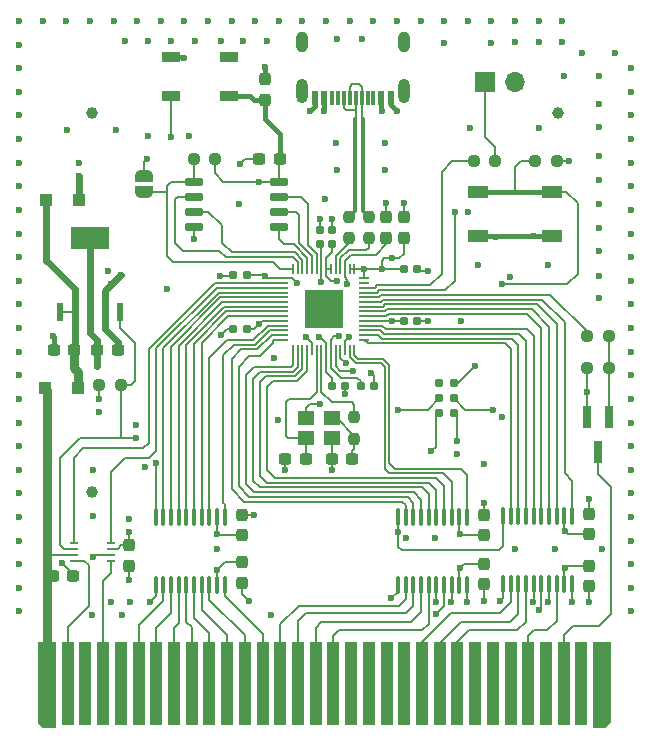
<source format=gtl>
G04 #@! TF.GenerationSoftware,KiCad,Pcbnew,(7.0.0)*
G04 #@! TF.CreationDate,2023-11-11T15:55:20+01:00*
G04 #@! TF.ProjectId,GameboyCartridgeV1.1,47616d65-626f-4794-9361-727472696467,rev?*
G04 #@! TF.SameCoordinates,Original*
G04 #@! TF.FileFunction,Copper,L1,Top*
G04 #@! TF.FilePolarity,Positive*
%FSLAX46Y46*%
G04 Gerber Fmt 4.6, Leading zero omitted, Abs format (unit mm)*
G04 Created by KiCad (PCBNEW (7.0.0)) date 2023-11-11 15:55:20*
%MOMM*%
%LPD*%
G01*
G04 APERTURE LIST*
G04 Aperture macros list*
%AMRoundRect*
0 Rectangle with rounded corners*
0 $1 Rounding radius*
0 $2 $3 $4 $5 $6 $7 $8 $9 X,Y pos of 4 corners*
0 Add a 4 corners polygon primitive as box body*
4,1,4,$2,$3,$4,$5,$6,$7,$8,$9,$2,$3,0*
0 Add four circle primitives for the rounded corners*
1,1,$1+$1,$2,$3*
1,1,$1+$1,$4,$5*
1,1,$1+$1,$6,$7*
1,1,$1+$1,$8,$9*
0 Add four rect primitives between the rounded corners*
20,1,$1+$1,$2,$3,$4,$5,0*
20,1,$1+$1,$4,$5,$6,$7,0*
20,1,$1+$1,$6,$7,$8,$9,0*
20,1,$1+$1,$8,$9,$2,$3,0*%
%AMFreePoly0*
4,1,6,0.750000,-6.800000,-0.350000,-6.800000,-0.750000,-6.400000,-0.750000,0.500000,0.750000,0.500000,0.750000,-6.800000,0.750000,-6.800000,$1*%
%AMFreePoly1*
4,1,5,0.500000,-6.500000,-0.500000,-6.500000,-0.500000,0.500000,0.500000,0.500000,0.500000,-6.500000,0.500000,-6.500000,$1*%
%AMFreePoly2*
4,1,6,0.750000,-6.300000,0.250000,-6.800000,-0.750000,-6.800000,-0.750000,0.500000,0.750000,0.500000,0.750000,-6.300000,0.750000,-6.300000,$1*%
%AMFreePoly3*
4,1,19,0.500000,-0.750000,0.000000,-0.750000,0.000000,-0.744911,-0.071157,-0.744911,-0.207708,-0.704816,-0.327430,-0.627875,-0.420627,-0.520320,-0.479746,-0.390866,-0.500000,-0.250000,-0.500000,0.250000,-0.479746,0.390866,-0.420627,0.520320,-0.327430,0.627875,-0.207708,0.704816,-0.071157,0.744911,0.000000,0.744911,0.000000,0.750000,0.500000,0.750000,0.500000,-0.750000,0.500000,-0.750000,
$1*%
%AMFreePoly4*
4,1,19,0.000000,0.744911,0.071157,0.744911,0.207708,0.704816,0.327430,0.627875,0.420627,0.520320,0.479746,0.390866,0.500000,0.250000,0.500000,-0.250000,0.479746,-0.390866,0.420627,-0.520320,0.327430,-0.627875,0.207708,-0.704816,0.071157,-0.744911,0.000000,-0.744911,0.000000,-0.750000,-0.500000,-0.750000,-0.500000,0.750000,0.000000,0.750000,0.000000,0.744911,0.000000,0.744911,
$1*%
G04 Aperture macros list end*
G04 #@! TA.AperFunction,SMDPad,CuDef*
%ADD10R,0.600000X1.150000*%
G04 #@! TD*
G04 #@! TA.AperFunction,SMDPad,CuDef*
%ADD11R,0.300000X1.150000*%
G04 #@! TD*
G04 #@! TA.AperFunction,ComponentPad*
%ADD12O,1.000000X2.100000*%
G04 #@! TD*
G04 #@! TA.AperFunction,ComponentPad*
%ADD13O,1.000000X1.800000*%
G04 #@! TD*
G04 #@! TA.AperFunction,SMDPad,CuDef*
%ADD14RoundRect,0.155000X-0.212500X-0.155000X0.212500X-0.155000X0.212500X0.155000X-0.212500X0.155000X0*%
G04 #@! TD*
G04 #@! TA.AperFunction,SMDPad,CuDef*
%ADD15RoundRect,0.237500X-0.237500X0.300000X-0.237500X-0.300000X0.237500X-0.300000X0.237500X0.300000X0*%
G04 #@! TD*
G04 #@! TA.AperFunction,SMDPad,CuDef*
%ADD16RoundRect,0.237500X0.237500X-0.250000X0.237500X0.250000X-0.237500X0.250000X-0.237500X-0.250000X0*%
G04 #@! TD*
G04 #@! TA.AperFunction,SMDPad,CuDef*
%ADD17RoundRect,0.237500X-0.237500X0.250000X-0.237500X-0.250000X0.237500X-0.250000X0.237500X0.250000X0*%
G04 #@! TD*
G04 #@! TA.AperFunction,SMDPad,CuDef*
%ADD18RoundRect,0.155000X-0.155000X0.212500X-0.155000X-0.212500X0.155000X-0.212500X0.155000X0.212500X0*%
G04 #@! TD*
G04 #@! TA.AperFunction,SMDPad,CuDef*
%ADD19RoundRect,0.155000X0.212500X0.155000X-0.212500X0.155000X-0.212500X-0.155000X0.212500X-0.155000X0*%
G04 #@! TD*
G04 #@! TA.AperFunction,ComponentPad*
%ADD20C,0.800000*%
G04 #@! TD*
G04 #@! TA.AperFunction,ConnectorPad*
%ADD21FreePoly0,0.000000*%
G04 #@! TD*
G04 #@! TA.AperFunction,ConnectorPad*
%ADD22FreePoly1,0.000000*%
G04 #@! TD*
G04 #@! TA.AperFunction,ConnectorPad*
%ADD23FreePoly2,0.000000*%
G04 #@! TD*
G04 #@! TA.AperFunction,SMDPad,CuDef*
%ADD24R,1.700000X1.000000*%
G04 #@! TD*
G04 #@! TA.AperFunction,SMDPad,CuDef*
%ADD25RoundRect,0.237500X0.250000X0.237500X-0.250000X0.237500X-0.250000X-0.237500X0.250000X-0.237500X0*%
G04 #@! TD*
G04 #@! TA.AperFunction,SMDPad,CuDef*
%ADD26R,0.609600X1.625600*%
G04 #@! TD*
G04 #@! TA.AperFunction,SMDPad,CuDef*
%ADD27R,3.175000X1.854200*%
G04 #@! TD*
G04 #@! TA.AperFunction,SMDPad,CuDef*
%ADD28RoundRect,0.237500X-0.300000X-0.237500X0.300000X-0.237500X0.300000X0.237500X-0.300000X0.237500X0*%
G04 #@! TD*
G04 #@! TA.AperFunction,ConnectorPad*
%ADD29C,0.787400*%
G04 #@! TD*
G04 #@! TA.AperFunction,SMDPad,CuDef*
%ADD30C,1.000000*%
G04 #@! TD*
G04 #@! TA.AperFunction,SMDPad,CuDef*
%ADD31RoundRect,0.237500X0.237500X-0.300000X0.237500X0.300000X-0.237500X0.300000X-0.237500X-0.300000X0*%
G04 #@! TD*
G04 #@! TA.AperFunction,SMDPad,CuDef*
%ADD32RoundRect,0.050000X-0.387500X-0.050000X0.387500X-0.050000X0.387500X0.050000X-0.387500X0.050000X0*%
G04 #@! TD*
G04 #@! TA.AperFunction,SMDPad,CuDef*
%ADD33RoundRect,0.050000X-0.050000X-0.387500X0.050000X-0.387500X0.050000X0.387500X-0.050000X0.387500X0*%
G04 #@! TD*
G04 #@! TA.AperFunction,SMDPad,CuDef*
%ADD34R,3.200000X3.200000*%
G04 #@! TD*
G04 #@! TA.AperFunction,ComponentPad*
%ADD35R,1.700000X1.700000*%
G04 #@! TD*
G04 #@! TA.AperFunction,ComponentPad*
%ADD36O,1.700000X1.700000*%
G04 #@! TD*
G04 #@! TA.AperFunction,SMDPad,CuDef*
%ADD37R,1.400000X1.200000*%
G04 #@! TD*
G04 #@! TA.AperFunction,SMDPad,CuDef*
%ADD38RoundRect,0.237500X0.300000X0.237500X-0.300000X0.237500X-0.300000X-0.237500X0.300000X-0.237500X0*%
G04 #@! TD*
G04 #@! TA.AperFunction,SMDPad,CuDef*
%ADD39RoundRect,0.237500X-0.250000X-0.237500X0.250000X-0.237500X0.250000X0.237500X-0.250000X0.237500X0*%
G04 #@! TD*
G04 #@! TA.AperFunction,SMDPad,CuDef*
%ADD40R,1.500000X0.900000*%
G04 #@! TD*
G04 #@! TA.AperFunction,SMDPad,CuDef*
%ADD41RoundRect,0.100000X-0.100000X0.637500X-0.100000X-0.637500X0.100000X-0.637500X0.100000X0.637500X0*%
G04 #@! TD*
G04 #@! TA.AperFunction,SMDPad,CuDef*
%ADD42FreePoly3,90.000000*%
G04 #@! TD*
G04 #@! TA.AperFunction,SMDPad,CuDef*
%ADD43FreePoly4,90.000000*%
G04 #@! TD*
G04 #@! TA.AperFunction,SMDPad,CuDef*
%ADD44RoundRect,0.150000X-0.650000X-0.150000X0.650000X-0.150000X0.650000X0.150000X-0.650000X0.150000X0*%
G04 #@! TD*
G04 #@! TA.AperFunction,SMDPad,CuDef*
%ADD45RoundRect,0.250000X-0.300000X-0.300000X0.300000X-0.300000X0.300000X0.300000X-0.300000X0.300000X0*%
G04 #@! TD*
G04 #@! TA.AperFunction,SMDPad,CuDef*
%ADD46R,0.800000X1.900000*%
G04 #@! TD*
G04 #@! TA.AperFunction,SMDPad,CuDef*
%ADD47RoundRect,0.250000X0.300000X0.300000X-0.300000X0.300000X-0.300000X-0.300000X0.300000X-0.300000X0*%
G04 #@! TD*
G04 #@! TA.AperFunction,SMDPad,CuDef*
%ADD48R,0.750000X0.250000*%
G04 #@! TD*
G04 #@! TA.AperFunction,ViaPad*
%ADD49C,0.600000*%
G04 #@! TD*
G04 #@! TA.AperFunction,Conductor*
%ADD50C,0.200000*%
G04 #@! TD*
G04 #@! TA.AperFunction,Conductor*
%ADD51C,0.400000*%
G04 #@! TD*
G04 #@! TA.AperFunction,Conductor*
%ADD52C,0.600000*%
G04 #@! TD*
G04 #@! TA.AperFunction,Conductor*
%ADD53C,0.800000*%
G04 #@! TD*
G04 #@! TA.AperFunction,Conductor*
%ADD54C,0.339000*%
G04 #@! TD*
G04 APERTURE END LIST*
D10*
X117359999Y-62739999D03*
X116559999Y-62739999D03*
D11*
X115409999Y-62739999D03*
X114409999Y-62739999D03*
X113909999Y-62739999D03*
X112909999Y-62739999D03*
D10*
X111759999Y-62739999D03*
X110959999Y-62739999D03*
X110959999Y-62739999D03*
X111759999Y-62739999D03*
D11*
X112409999Y-62739999D03*
X113409999Y-62739999D03*
X114909999Y-62739999D03*
X115909999Y-62739999D03*
D10*
X116559999Y-62739999D03*
X117359999Y-62739999D03*
D12*
X118479999Y-62164999D03*
D13*
X118479999Y-57984999D03*
D12*
X109839999Y-62164999D03*
D13*
X109839999Y-57984999D03*
D14*
X104032500Y-82300000D03*
X105167500Y-82300000D03*
D15*
X134200000Y-97937500D03*
X134200000Y-99662500D03*
D16*
X115500000Y-74612500D03*
X115500000Y-72787500D03*
D17*
X114300000Y-89737500D03*
X114300000Y-91562500D03*
D18*
X111400000Y-73932500D03*
X111400000Y-75067500D03*
X112400000Y-73932500D03*
X112400000Y-75067500D03*
D19*
X115967500Y-87100000D03*
X114832500Y-87100000D03*
D20*
X88266962Y-109283715D03*
D21*
X88266962Y-109283715D03*
D20*
X90016962Y-109283715D03*
D22*
X90016962Y-109283715D03*
D20*
X91516962Y-109283715D03*
D22*
X91516962Y-109283715D03*
D20*
X93016962Y-109283715D03*
D22*
X93016962Y-109283715D03*
D20*
X94516962Y-109283715D03*
D22*
X94516962Y-109283715D03*
D20*
X96016962Y-109283715D03*
D22*
X96016962Y-109283715D03*
D20*
X97516962Y-109283715D03*
D22*
X97516962Y-109283715D03*
D20*
X99016962Y-109283715D03*
D22*
X99016962Y-109283715D03*
D20*
X100516962Y-109283715D03*
D22*
X100516962Y-109283715D03*
D20*
X102016962Y-109283715D03*
D22*
X102016962Y-109283715D03*
D20*
X103516962Y-109283715D03*
D22*
X103516962Y-109283715D03*
D20*
X105016962Y-109283715D03*
D22*
X105016962Y-109283715D03*
D20*
X106516962Y-109283715D03*
D22*
X106516962Y-109283715D03*
D20*
X108016962Y-109283715D03*
D22*
X108016962Y-109283715D03*
D20*
X109516962Y-109283715D03*
D22*
X109516962Y-109283715D03*
D20*
X111016962Y-109283715D03*
D22*
X111016962Y-109283715D03*
D20*
X112516962Y-109283715D03*
D22*
X112516962Y-109283715D03*
D20*
X114016962Y-109283715D03*
D22*
X114016962Y-109283715D03*
D20*
X115516962Y-109283715D03*
D22*
X115516962Y-109283715D03*
D20*
X117016962Y-109283715D03*
D22*
X117016962Y-109283715D03*
D20*
X118516962Y-109283715D03*
D22*
X118516962Y-109283715D03*
D20*
X120016962Y-109283715D03*
D22*
X120016962Y-109283715D03*
D20*
X121516962Y-109283715D03*
D22*
X121516962Y-109283715D03*
D20*
X123016962Y-109283715D03*
D22*
X123016962Y-109283715D03*
D20*
X124516962Y-109283715D03*
D22*
X124516962Y-109283715D03*
D20*
X126016962Y-109283715D03*
D22*
X126016962Y-109283715D03*
D20*
X127516962Y-109283715D03*
D22*
X127516962Y-109283715D03*
D20*
X129016962Y-109283715D03*
D22*
X129016962Y-109283715D03*
D20*
X130516962Y-109283715D03*
D22*
X130516962Y-109283715D03*
D20*
X132016962Y-109283715D03*
D22*
X132016962Y-109283715D03*
D20*
X133516962Y-109283715D03*
D22*
X133516962Y-109283715D03*
D20*
X135266962Y-109283715D03*
D23*
X135266962Y-109283715D03*
D19*
X119627500Y-81600000D03*
X118492500Y-81600000D03*
D24*
X124759999Y-70649999D03*
X131059999Y-70649999D03*
X124759999Y-74449999D03*
X131059999Y-74449999D03*
D25*
X135812500Y-85600000D03*
X133987500Y-85600000D03*
D26*
X89359999Y-80873799D03*
X90629999Y-80873799D03*
X91899999Y-80873799D03*
X93169999Y-80873799D03*
X94439999Y-80873799D03*
D27*
X91899999Y-74599999D03*
D28*
X108437500Y-93300000D03*
X110162500Y-93300000D03*
D15*
X104800000Y-98037500D03*
X104800000Y-99762500D03*
D29*
X122735000Y-89420000D03*
X121465000Y-89420000D03*
X122735000Y-88150000D03*
X121465000Y-88150000D03*
X122735000Y-86880000D03*
X121465000Y-86880000D03*
D30*
X92100000Y-96100000D03*
D28*
X112387500Y-93300000D03*
X114112500Y-93300000D03*
D31*
X134200000Y-104062500D03*
X134200000Y-102337500D03*
X95200000Y-102312500D03*
X95200000Y-100587500D03*
X104800000Y-103762500D03*
X104800000Y-102037500D03*
D32*
X108262500Y-78000000D03*
X108262500Y-78400000D03*
X108262500Y-78800000D03*
X108262500Y-79200000D03*
X108262500Y-79600000D03*
X108262500Y-80000000D03*
X108262500Y-80400000D03*
X108262500Y-80800000D03*
X108262500Y-81200000D03*
X108262500Y-81600000D03*
X108262500Y-82000000D03*
X108262500Y-82400000D03*
X108262500Y-82800000D03*
X108262500Y-83200000D03*
D33*
X109100000Y-84037500D03*
X109500000Y-84037500D03*
X109900000Y-84037500D03*
X110300000Y-84037500D03*
X110700000Y-84037500D03*
X111100000Y-84037500D03*
X111500000Y-84037500D03*
X111900000Y-84037500D03*
X112300000Y-84037500D03*
X112700000Y-84037500D03*
X113100000Y-84037500D03*
X113500000Y-84037500D03*
X113900000Y-84037500D03*
X114300000Y-84037500D03*
D32*
X115137500Y-83200000D03*
X115137500Y-82800000D03*
X115137500Y-82400000D03*
X115137500Y-82000000D03*
X115137500Y-81600000D03*
X115137500Y-81200000D03*
X115137500Y-80800000D03*
X115137500Y-80400000D03*
X115137500Y-80000000D03*
X115137500Y-79600000D03*
X115137500Y-79200000D03*
X115137500Y-78800000D03*
X115137500Y-78400000D03*
X115137500Y-78000000D03*
D33*
X114300000Y-77162500D03*
X113900000Y-77162500D03*
X113500000Y-77162500D03*
X113100000Y-77162500D03*
X112700000Y-77162500D03*
X112300000Y-77162500D03*
X111900000Y-77162500D03*
X111500000Y-77162500D03*
X111100000Y-77162500D03*
X110700000Y-77162500D03*
X110300000Y-77162500D03*
X109900000Y-77162500D03*
X109500000Y-77162500D03*
X109100000Y-77162500D03*
D34*
X111699999Y-80599999D03*
D14*
X104032500Y-77700000D03*
X105167500Y-77700000D03*
D30*
X92100000Y-64000000D03*
D35*
X125344999Y-61374999D03*
D36*
X127884999Y-61374999D03*
D37*
X112399999Y-89799999D03*
X110199999Y-89799999D03*
X110199999Y-91499999D03*
X112399999Y-91499999D03*
D38*
X90462500Y-103200000D03*
X88737500Y-103200000D03*
D19*
X113517500Y-87100000D03*
X112382500Y-87100000D03*
D25*
X135812500Y-82900000D03*
X133987500Y-82900000D03*
D39*
X124387500Y-68100000D03*
X126212500Y-68100000D03*
D40*
X103649999Y-62549999D03*
X103649999Y-59249999D03*
X98749999Y-59249999D03*
X98749999Y-62549999D03*
D31*
X125300000Y-103862500D03*
X125300000Y-102137500D03*
D19*
X119617500Y-77200000D03*
X118482500Y-77200000D03*
D41*
X123825000Y-98237500D03*
X123175000Y-98237500D03*
X122525000Y-98237500D03*
X121875000Y-98237500D03*
X121225000Y-98237500D03*
X120575000Y-98237500D03*
X119925000Y-98237500D03*
X119275000Y-98237500D03*
X118625000Y-98237500D03*
X117975000Y-98237500D03*
X117975000Y-103962500D03*
X118625000Y-103962500D03*
X119275000Y-103962500D03*
X119925000Y-103962500D03*
X120575000Y-103962500D03*
X121225000Y-103962500D03*
X121875000Y-103962500D03*
X122525000Y-103962500D03*
X123175000Y-103962500D03*
X123825000Y-103962500D03*
D42*
X96500000Y-70650000D03*
D43*
X96500000Y-69350000D03*
D25*
X94512500Y-87000000D03*
X92687500Y-87000000D03*
D15*
X106700000Y-61137500D03*
X106700000Y-62862500D03*
D16*
X113800000Y-74612500D03*
X113800000Y-72787500D03*
D28*
X106237500Y-67900000D03*
X107962500Y-67900000D03*
D30*
X131500000Y-64000000D03*
D28*
X92537500Y-84100000D03*
X94262500Y-84100000D03*
D15*
X125300000Y-98037500D03*
X125300000Y-99762500D03*
D44*
X100700000Y-69795000D03*
X100700000Y-71065000D03*
X100700000Y-72335000D03*
X100700000Y-73605000D03*
X107900000Y-73605000D03*
X107900000Y-72335000D03*
X107900000Y-71065000D03*
X107900000Y-69795000D03*
D39*
X129627500Y-68100000D03*
X131452500Y-68100000D03*
D41*
X103325000Y-98237500D03*
X102675000Y-98237500D03*
X102025000Y-98237500D03*
X101375000Y-98237500D03*
X100725000Y-98237500D03*
X100075000Y-98237500D03*
X99425000Y-98237500D03*
X98775000Y-98237500D03*
X98125000Y-98237500D03*
X97475000Y-98237500D03*
X97475000Y-103962500D03*
X98125000Y-103962500D03*
X98775000Y-103962500D03*
X99425000Y-103962500D03*
X100075000Y-103962500D03*
X100725000Y-103962500D03*
X101375000Y-103962500D03*
X102025000Y-103962500D03*
X102675000Y-103962500D03*
X103325000Y-103962500D03*
X132725000Y-98137500D03*
X132075000Y-98137500D03*
X131425000Y-98137500D03*
X130775000Y-98137500D03*
X130125000Y-98137500D03*
X129475000Y-98137500D03*
X128825000Y-98137500D03*
X128175000Y-98137500D03*
X127525000Y-98137500D03*
X126875000Y-98137500D03*
X126875000Y-103862500D03*
X127525000Y-103862500D03*
X128175000Y-103862500D03*
X128825000Y-103862500D03*
X129475000Y-103862500D03*
X130125000Y-103862500D03*
X130775000Y-103862500D03*
X131425000Y-103862500D03*
X132075000Y-103862500D03*
X132725000Y-103862500D03*
D45*
X88200000Y-71400000D03*
X91000000Y-71400000D03*
D28*
X88837500Y-84100000D03*
X90562500Y-84100000D03*
D46*
X135849999Y-89699999D03*
X133949999Y-89699999D03*
X134899999Y-92699999D03*
D47*
X90900000Y-87300000D03*
X88100000Y-87300000D03*
D39*
X100687500Y-67900000D03*
X102512500Y-67900000D03*
D48*
X93649999Y-101899999D03*
X93649999Y-101399999D03*
X93649999Y-100899999D03*
X93649999Y-100399999D03*
X90549999Y-100399999D03*
X90549999Y-100899999D03*
X90549999Y-101399999D03*
X90549999Y-101899999D03*
D15*
X118500000Y-72837500D03*
X118500000Y-74562500D03*
X117000000Y-72837500D03*
X117000000Y-74562500D03*
D49*
X124500000Y-85400000D03*
X124100000Y-65300000D03*
X137700000Y-104200000D03*
X112800000Y-79500000D03*
X85900000Y-76200000D03*
X127900000Y-56200000D03*
X105400000Y-105300000D03*
X85900000Y-94200000D03*
X85900000Y-100200000D03*
X135000000Y-67600000D03*
X137700000Y-106200000D03*
X133953022Y-87630570D03*
X85900000Y-92200000D03*
X118500000Y-71600000D03*
X95200000Y-98400000D03*
X121900000Y-56200000D03*
X110200000Y-83000000D03*
X107500000Y-84700000D03*
X98400000Y-78900000D03*
X85900000Y-62200000D03*
X135000000Y-60900000D03*
X116900000Y-66500000D03*
X85900000Y-102200000D03*
X85900000Y-78200000D03*
X96800000Y-65900000D03*
X85900000Y-66200000D03*
X85900000Y-68200000D03*
X130700000Y-76900000D03*
X91900000Y-56200000D03*
X85900000Y-64200000D03*
X134200000Y-96700000D03*
X137700000Y-70200000D03*
X121900000Y-58100000D03*
X134200000Y-105400000D03*
X125900000Y-56200000D03*
X96600000Y-94000000D03*
X137700000Y-86200000D03*
X117400000Y-105100000D03*
X96700000Y-67900000D03*
X105800000Y-98000000D03*
X111800000Y-71300000D03*
X120550000Y-77360000D03*
X129900000Y-58000000D03*
X111700000Y-80700000D03*
X119900000Y-56200000D03*
X113500000Y-87800000D03*
X96800000Y-57900000D03*
X126600000Y-105300000D03*
X137700000Y-84200000D03*
X137700000Y-60200000D03*
X92100000Y-106500000D03*
X107800000Y-90000000D03*
X137700000Y-72200000D03*
X132000000Y-60900000D03*
X125300000Y-105300000D03*
X137700000Y-76200000D03*
X93400000Y-77400000D03*
X127900000Y-100900000D03*
X123000000Y-92900000D03*
X94900000Y-57900000D03*
X135000000Y-79700000D03*
X90000000Y-65400000D03*
X137700000Y-68200000D03*
X135000000Y-69700000D03*
X85900000Y-56200000D03*
X94600000Y-106500000D03*
X85900000Y-70200000D03*
X137700000Y-100200000D03*
X112400000Y-73000000D03*
X114900000Y-57700000D03*
X137700000Y-98200000D03*
X123900000Y-72400000D03*
X111900000Y-56200000D03*
X109900000Y-56200000D03*
X112800000Y-57700000D03*
X91900000Y-76600000D03*
X137700000Y-94200000D03*
X111400000Y-73000000D03*
X85900000Y-90200000D03*
X89900000Y-56200000D03*
X118700000Y-100000000D03*
X100800000Y-57900000D03*
X112800000Y-68800000D03*
X123300000Y-81600000D03*
X129900000Y-65300000D03*
X135000000Y-77800000D03*
X103000000Y-82800000D03*
X92200000Y-101550000D03*
X115900000Y-56200000D03*
X85900000Y-74200000D03*
X137700000Y-78200000D03*
X120560000Y-81600000D03*
X85900000Y-104200000D03*
X113900000Y-56200000D03*
X104600000Y-68300000D03*
X95800000Y-90400000D03*
X126800000Y-89700000D03*
X99900000Y-59300000D03*
X111350000Y-88650000D03*
X115700000Y-86000000D03*
X137700000Y-66200000D03*
X105900000Y-56200000D03*
X124800000Y-76900000D03*
X85900000Y-86200000D03*
X107900000Y-56200000D03*
X129532265Y-74450793D03*
X135000000Y-75700000D03*
X137700000Y-88200000D03*
X127900000Y-58000000D03*
X111700000Y-79500000D03*
X137700000Y-74200000D03*
X112700000Y-66500000D03*
X101900000Y-56200000D03*
X95200000Y-103500000D03*
X129900000Y-56200000D03*
X106900000Y-57900000D03*
X92200000Y-94200000D03*
X137700000Y-90200000D03*
X112400000Y-94250000D03*
X110505474Y-63864476D03*
X117900000Y-56200000D03*
X112800000Y-81800000D03*
X85900000Y-60200000D03*
X137700000Y-82200000D03*
X121100000Y-100000000D03*
X91000000Y-68200000D03*
X107200000Y-106500000D03*
X85900000Y-82200000D03*
X89500000Y-102100000D03*
X99900000Y-56200000D03*
X117905474Y-63864476D03*
X91900000Y-78700000D03*
X92700000Y-89300000D03*
X136400000Y-58900000D03*
X100300000Y-65900000D03*
X106700000Y-60100000D03*
X85900000Y-96200000D03*
X97900000Y-56200000D03*
X92200000Y-98100000D03*
X85900000Y-80200000D03*
X116900000Y-68800000D03*
X95300000Y-105400000D03*
X85900000Y-98200000D03*
X135000000Y-63200000D03*
X103900000Y-56200000D03*
X137700000Y-96200000D03*
X137700000Y-62200000D03*
X111700000Y-81800000D03*
X92500000Y-85400000D03*
X93700000Y-105400000D03*
X85900000Y-106200000D03*
X100700000Y-74700000D03*
X108400000Y-94200000D03*
X123900000Y-56200000D03*
X110600000Y-81800000D03*
X110600000Y-79500000D03*
X135000000Y-65200000D03*
X102700000Y-100900000D03*
X135000000Y-71700000D03*
X97000000Y-105400000D03*
X85900000Y-58200000D03*
X93900000Y-56200000D03*
X95900000Y-56200000D03*
X135300000Y-100900000D03*
X85900000Y-84200000D03*
X103000000Y-57900000D03*
X131900000Y-56200000D03*
X137700000Y-80200000D03*
X133550000Y-58900000D03*
X85900000Y-72200000D03*
X137700000Y-92200000D03*
X126275838Y-74456437D03*
X88800000Y-82900000D03*
X110600000Y-80700000D03*
X98800000Y-57900000D03*
X131300000Y-100900000D03*
X131900000Y-58000000D03*
X125300000Y-93700000D03*
X117000000Y-71600000D03*
X112800000Y-80700000D03*
X104500000Y-71700000D03*
X102900000Y-77800000D03*
X87900000Y-56200000D03*
X127500000Y-77900000D03*
X125900000Y-58100000D03*
X137700000Y-102200000D03*
X137700000Y-64200000D03*
X94100000Y-65400000D03*
X104900000Y-57900000D03*
X85900000Y-88200000D03*
X135000000Y-73700000D03*
X125300000Y-97000000D03*
X102700000Y-99600000D03*
X123200000Y-99600000D03*
X106200000Y-81900000D03*
X117500000Y-76300000D03*
X132100000Y-99400000D03*
X109475000Y-78425000D03*
X106200000Y-69800000D03*
X132500000Y-68100000D03*
X115100000Y-77200000D03*
X117460000Y-81600000D03*
X95200000Y-99450000D03*
X116600000Y-77200000D03*
X123000000Y-91800000D03*
X106700000Y-77800000D03*
X111300000Y-82950000D03*
X93700000Y-78500000D03*
X92700000Y-88200000D03*
X94500000Y-77700000D03*
X112800000Y-78200000D03*
X120800000Y-92650000D03*
X113543466Y-85156974D03*
X126800000Y-78500000D03*
X113850000Y-82950000D03*
X126000000Y-89100000D03*
X118000000Y-89100000D03*
X114200000Y-85800500D03*
X123200000Y-102500000D03*
X132100000Y-102500000D03*
X88265112Y-106594801D03*
X88272528Y-105663384D03*
X102700000Y-102700000D03*
X111705474Y-63864476D03*
X91000000Y-69300000D03*
X116605474Y-63864476D03*
X121174500Y-105400000D03*
X121200000Y-106400000D03*
X122500000Y-105400000D03*
X123800000Y-105400000D03*
X129424500Y-105400000D03*
X129904610Y-106039295D03*
X130724500Y-105400000D03*
X132700000Y-105400000D03*
X111500000Y-78300000D03*
X113000000Y-82900000D03*
X113700000Y-78500000D03*
X118000000Y-99500000D03*
X95800000Y-91500000D03*
X97500000Y-93600000D03*
X122800000Y-72400000D03*
X98800000Y-66000000D03*
D50*
X110550000Y-88650000D02*
X111350000Y-88650000D01*
X126875000Y-105025000D02*
X126600000Y-105300000D01*
X133950000Y-87633592D02*
X133953022Y-87630570D01*
X106237500Y-67900000D02*
X105000000Y-67900000D01*
X123041435Y-86880000D02*
X124500000Y-85421435D01*
X119617500Y-77360000D02*
X120550000Y-77360000D01*
X104800000Y-103762500D02*
X104800000Y-104700000D01*
X134200000Y-97937500D02*
X134200000Y-96700000D01*
D51*
X117360000Y-63319002D02*
X117905474Y-63864476D01*
D50*
X115967500Y-87100000D02*
X115967500Y-86267500D01*
D51*
X129531472Y-74450000D02*
X129532265Y-74450793D01*
D50*
X90462500Y-103062500D02*
X89500000Y-102100000D01*
D51*
X110960000Y-63409950D02*
X110505474Y-63864476D01*
D50*
X108437500Y-94162500D02*
X108400000Y-94200000D01*
D51*
X98750000Y-59250000D02*
X99850000Y-59250000D01*
D50*
X125300000Y-103862500D02*
X125300000Y-105300000D01*
X133950000Y-87627548D02*
X133950000Y-85637500D01*
X118500000Y-72837500D02*
X118500000Y-71600000D01*
X110700000Y-83500000D02*
X110200000Y-83000000D01*
X117000000Y-72837500D02*
X117000000Y-71600000D01*
X112400000Y-93287500D02*
X112387500Y-93300000D01*
D51*
X129532265Y-74450793D02*
X129533058Y-74450000D01*
D50*
X90462500Y-103200000D02*
X90462500Y-103062500D01*
X103500000Y-82300000D02*
X103000000Y-82800000D01*
X126875000Y-103862500D02*
X126875000Y-105025000D01*
D52*
X92537500Y-84100000D02*
X92537500Y-83237500D01*
D50*
X104800000Y-98037500D02*
X105762500Y-98037500D01*
X122735000Y-86880000D02*
X123041435Y-86880000D01*
X96500000Y-69350000D02*
X96500000Y-68100000D01*
X92350000Y-101400000D02*
X92200000Y-101550000D01*
X115967500Y-86267500D02*
X115700000Y-86000000D01*
X100700000Y-73605000D02*
X100700000Y-74500000D01*
X110200000Y-89000000D02*
X110550000Y-88650000D01*
X104032500Y-77800000D02*
X102900000Y-77800000D01*
X133953022Y-87630570D02*
X133950000Y-87627548D01*
D51*
X126282275Y-74450000D02*
X129531472Y-74450000D01*
D50*
X93650000Y-101400000D02*
X92350000Y-101400000D01*
X111400000Y-73932500D02*
X111400000Y-73000000D01*
X124500000Y-85421435D02*
X124500000Y-85400000D01*
D52*
X91900000Y-82600000D02*
X91900000Y-80873800D01*
D50*
X112400000Y-73932500D02*
X112400000Y-73000000D01*
X113517500Y-87782500D02*
X113500000Y-87800000D01*
D51*
X88837500Y-82937500D02*
X88800000Y-82900000D01*
D50*
X112387500Y-93300000D02*
X112387500Y-94237500D01*
X117975000Y-104525000D02*
X117400000Y-105100000D01*
D52*
X92537500Y-85362500D02*
X92500000Y-85400000D01*
D50*
X105762500Y-98037500D02*
X105800000Y-98000000D01*
X117975000Y-103962500D02*
X117975000Y-104525000D01*
X133950000Y-89700000D02*
X133950000Y-87633592D01*
X134200000Y-104062500D02*
X134200000Y-105400000D01*
X97475000Y-104925000D02*
X97000000Y-105400000D01*
X95200000Y-102312500D02*
X95200000Y-103500000D01*
X119627500Y-81600000D02*
X120560000Y-81600000D01*
X97475000Y-103962500D02*
X97475000Y-104925000D01*
X108437500Y-93300000D02*
X108437500Y-94162500D01*
D52*
X92537500Y-84100000D02*
X92537500Y-85362500D01*
X91900000Y-76600000D02*
X91900000Y-80873800D01*
D50*
X110200000Y-89800000D02*
X110200000Y-89000000D01*
X105000000Y-67900000D02*
X104600000Y-68300000D01*
X112387500Y-94237500D02*
X112400000Y-94250000D01*
X125300000Y-98037500D02*
X125300000Y-97000000D01*
D51*
X110960000Y-62740000D02*
X110960000Y-63409950D01*
X106700000Y-61137500D02*
X106700000Y-60100000D01*
X99850000Y-59250000D02*
X99900000Y-59300000D01*
X88837500Y-84100000D02*
X88837500Y-82937500D01*
X126269401Y-74450000D02*
X126275838Y-74456437D01*
X117360000Y-62740000D02*
X117360000Y-63319002D01*
D50*
X100700000Y-74500000D02*
X100700000Y-74700000D01*
D51*
X124760000Y-74450000D02*
X126269401Y-74450000D01*
D52*
X92537500Y-83237500D02*
X91900000Y-82600000D01*
D50*
X104800000Y-104700000D02*
X105400000Y-105300000D01*
D52*
X91900000Y-74600000D02*
X91900000Y-76600000D01*
D50*
X113517500Y-87100000D02*
X113517500Y-87782500D01*
X112400000Y-91500000D02*
X112400000Y-93287500D01*
X110700000Y-84037500D02*
X110700000Y-83500000D01*
D51*
X129533058Y-74450000D02*
X131060000Y-74450000D01*
D50*
X104032500Y-82300000D02*
X103500000Y-82300000D01*
X96500000Y-68100000D02*
X96700000Y-67900000D01*
D51*
X126275838Y-74456437D02*
X126282275Y-74450000D01*
X106700000Y-64500000D02*
X106700000Y-62862500D01*
D52*
X94262500Y-83362500D02*
X93170000Y-82270000D01*
D50*
X111900000Y-84037500D02*
X111900000Y-83505025D01*
X106900000Y-78000000D02*
X106700000Y-77800000D01*
X94562500Y-100587500D02*
X95200000Y-100587500D01*
X105167500Y-77700000D02*
X106600000Y-77700000D01*
X105800000Y-82300000D02*
X106200000Y-81900000D01*
X117500000Y-76300000D02*
X116800000Y-76300000D01*
X95200000Y-100587500D02*
X95200000Y-99450000D01*
X106600000Y-77700000D02*
X106700000Y-77800000D01*
X118492500Y-81600000D02*
X117460000Y-81600000D01*
X92687500Y-88187500D02*
X92700000Y-88200000D01*
D51*
X107962500Y-67900000D02*
X107962500Y-65762500D01*
D50*
X112300000Y-78200000D02*
X112800000Y-78200000D01*
X111900000Y-84037500D02*
X111900000Y-85950000D01*
X132075000Y-99375000D02*
X132100000Y-99400000D01*
X107900000Y-69795000D02*
X107900000Y-67962500D01*
X118500000Y-74762500D02*
X118500000Y-75900000D01*
X106500000Y-81600000D02*
X108262500Y-81600000D01*
D51*
X105450000Y-62550000D02*
X105762500Y-62862500D01*
D50*
X116600000Y-76500000D02*
X116600000Y-77162500D01*
X113900000Y-77162500D02*
X114300000Y-77162500D01*
X106500000Y-81600000D02*
X106200000Y-81900000D01*
X111900000Y-76300000D02*
X112400000Y-75800000D01*
X103200000Y-69800000D02*
X106200000Y-69800000D01*
X94250000Y-100900000D02*
X94562500Y-100587500D01*
X115062500Y-77162500D02*
X116600000Y-77200000D01*
X116600000Y-77162500D02*
X118445000Y-77162500D01*
X108262500Y-78000000D02*
X109050000Y-78000000D01*
D52*
X93170000Y-79030000D02*
X93700000Y-78500000D01*
D50*
X115062500Y-77162500D02*
X115100000Y-77200000D01*
X118100000Y-76300000D02*
X117500000Y-76300000D01*
X125300000Y-99762500D02*
X123362500Y-99762500D01*
D52*
X93700000Y-78500000D02*
X94500000Y-77700000D01*
D50*
X107900000Y-67962500D02*
X107962500Y-67900000D01*
X112300000Y-77162500D02*
X111900000Y-77162500D01*
X107900000Y-69795000D02*
X106205000Y-69795000D01*
X102862500Y-99762500D02*
X102700000Y-99600000D01*
X114300000Y-77162500D02*
X115062500Y-77162500D01*
D51*
X103650000Y-62550000D02*
X105450000Y-62550000D01*
D50*
X111900000Y-85950000D02*
X112382500Y-86432500D01*
X111344975Y-82950000D02*
X111300000Y-82950000D01*
X123175000Y-99575000D02*
X123200000Y-99600000D01*
D52*
X93170000Y-82270000D02*
X93170000Y-80873800D01*
D50*
X92687500Y-87000000D02*
X92687500Y-88187500D01*
X132075000Y-98137500D02*
X132075000Y-99375000D01*
X116600000Y-77200000D02*
X116600000Y-77162500D01*
D51*
X105762500Y-62862500D02*
X106700000Y-62862500D01*
D50*
X122735000Y-89420000D02*
X123000000Y-89685000D01*
X131452500Y-68100000D02*
X132500000Y-68100000D01*
X111900000Y-77800000D02*
X112300000Y-78200000D01*
X102675000Y-98237500D02*
X102675000Y-99575000D01*
D52*
X94262500Y-84100000D02*
X94262500Y-83362500D01*
D50*
X115137500Y-77237500D02*
X115137500Y-78000000D01*
X111900000Y-83505025D02*
X111344975Y-82950000D01*
X123000000Y-89685000D02*
X123000000Y-91800000D01*
X116800000Y-76300000D02*
X116600000Y-76500000D01*
X93650000Y-100900000D02*
X94250000Y-100900000D01*
X111900000Y-77162500D02*
X111900000Y-76300000D01*
X115100000Y-77200000D02*
X115137500Y-77237500D01*
X111900000Y-77162500D02*
X111900000Y-77800000D01*
X102512500Y-67900000D02*
X102512500Y-69112500D01*
X108262500Y-78000000D02*
X106900000Y-78000000D01*
X102675000Y-99575000D02*
X102700000Y-99600000D01*
X106205000Y-69795000D02*
X106200000Y-69800000D01*
X104800000Y-99762500D02*
X102862500Y-99762500D01*
X105167500Y-82300000D02*
X105800000Y-82300000D01*
X109050000Y-78000000D02*
X109475000Y-78425000D01*
X134200000Y-99662500D02*
X132362500Y-99662500D01*
X115137500Y-81600000D02*
X117460000Y-81600000D01*
X123362500Y-99762500D02*
X123200000Y-99600000D01*
X112382500Y-86432500D02*
X112382500Y-87100000D01*
X118445000Y-77162500D02*
X118482500Y-77200000D01*
D51*
X107962500Y-65762500D02*
X106700000Y-64500000D01*
D50*
X112400000Y-75800000D02*
X112400000Y-75067500D01*
X102512500Y-69112500D02*
X103200000Y-69800000D01*
X123175000Y-98237500D02*
X123175000Y-99575000D01*
D52*
X93170000Y-80873800D02*
X93170000Y-79030000D01*
D50*
X132362500Y-99662500D02*
X132100000Y-99400000D01*
X118500000Y-75900000D02*
X118100000Y-76300000D01*
X121175000Y-89710000D02*
X121175000Y-92275000D01*
X113100000Y-84037500D02*
X113100000Y-84713508D01*
X121175000Y-92275000D02*
X120800000Y-92650000D01*
X121465000Y-89420000D02*
X121175000Y-89710000D01*
X113100000Y-84713508D02*
X113543466Y-85156974D01*
X122735000Y-88150000D02*
X123685000Y-89100000D01*
X129627500Y-68100000D02*
X128400000Y-68100000D01*
X133200000Y-71600000D02*
X132250000Y-70650000D01*
X132300000Y-78500000D02*
X133200000Y-77600000D01*
X126800000Y-78500000D02*
X132300000Y-78500000D01*
X132250000Y-70650000D02*
X131060000Y-70650000D01*
D51*
X124760000Y-70650000D02*
X127900000Y-70650000D01*
D50*
X113500000Y-84037500D02*
X113500000Y-83300000D01*
X133200000Y-77600000D02*
X133200000Y-71600000D01*
X123685000Y-89100000D02*
X126000000Y-89100000D01*
X113500000Y-83300000D02*
X113850000Y-82950000D01*
X128400000Y-68100000D02*
X127900000Y-68600000D01*
X127900000Y-68600000D02*
X127900000Y-70650000D01*
D51*
X127900000Y-70650000D02*
X131060000Y-70650000D01*
D50*
X113116186Y-85800500D02*
X114200000Y-85800500D01*
X121465000Y-88150000D02*
X120509714Y-89105286D01*
X117844714Y-89105286D02*
X120509714Y-89105286D01*
X112700000Y-84037500D02*
X112700000Y-85384314D01*
X112700000Y-85384314D02*
X113116186Y-85800500D01*
X135812500Y-85600000D02*
X135812500Y-82900000D01*
X135850000Y-89700000D02*
X135850000Y-85637500D01*
X122600000Y-68100000D02*
X121700000Y-69000000D01*
X116017359Y-78800000D02*
X116227360Y-78590000D01*
X121700000Y-69000000D02*
X121700000Y-77590000D01*
X115137500Y-78800000D02*
X116017359Y-78800000D01*
X121700000Y-77590000D02*
X120700000Y-78590000D01*
X116227360Y-78590000D02*
X120700000Y-78590000D01*
X124387500Y-68100000D02*
X122600000Y-68100000D01*
X132016962Y-109283715D02*
X132016962Y-108183038D01*
X132016962Y-108183038D02*
X132800000Y-107400000D01*
X136000000Y-106400000D02*
X136000000Y-95700000D01*
X134900000Y-94600000D02*
X134900000Y-92700000D01*
X132800000Y-107400000D02*
X135000000Y-107400000D01*
X136000000Y-95700000D02*
X134900000Y-94600000D01*
X135000000Y-107400000D02*
X136000000Y-106400000D01*
X104800000Y-102037500D02*
X103362500Y-102037500D01*
X102675000Y-103962500D02*
X102675000Y-102725000D01*
X132262500Y-102337500D02*
X132100000Y-102500000D01*
X123175000Y-103962500D02*
X123175000Y-102525000D01*
X123562500Y-102137500D02*
X123200000Y-102500000D01*
X90550000Y-101400000D02*
X88266962Y-101400000D01*
D53*
X88266962Y-106596651D02*
X88265112Y-106594801D01*
D50*
X134200000Y-102337500D02*
X132262500Y-102337500D01*
X132075000Y-102525000D02*
X132100000Y-102500000D01*
D53*
X88266962Y-105657818D02*
X88266962Y-101400000D01*
X88272528Y-105663384D02*
X88266962Y-105657818D01*
X88266962Y-106592951D02*
X88266962Y-105668950D01*
X88266962Y-101400000D02*
X88266962Y-87466962D01*
X88266962Y-109283715D02*
X88266962Y-106596651D01*
D50*
X132075000Y-103862500D02*
X132075000Y-102525000D01*
D53*
X88265112Y-106594801D02*
X88266962Y-106592951D01*
D50*
X123175000Y-102525000D02*
X123200000Y-102500000D01*
D53*
X88266962Y-87466962D02*
X88100000Y-87300000D01*
X88266962Y-105668950D02*
X88272528Y-105663384D01*
D50*
X102675000Y-102725000D02*
X102700000Y-102700000D01*
X103362500Y-102037500D02*
X102700000Y-102700000D01*
X125300000Y-102137500D02*
X123562500Y-102137500D01*
D52*
X88200000Y-71400000D02*
X88200000Y-76500000D01*
X88200000Y-76500000D02*
X88250000Y-76550000D01*
D53*
X90900000Y-85900000D02*
X90562500Y-85562500D01*
D50*
X89360000Y-80873800D02*
X90630000Y-80873800D01*
D52*
X90630000Y-80873800D02*
X90630000Y-84032500D01*
X90630000Y-80873800D02*
X90630000Y-78930000D01*
X90630000Y-78930000D02*
X88250000Y-76550000D01*
D53*
X90562500Y-85562500D02*
X90562500Y-84100000D01*
X90900000Y-87300000D02*
X90900000Y-85900000D01*
D52*
X90630000Y-84032500D02*
X90562500Y-84100000D01*
D51*
X111760000Y-63809950D02*
X111705474Y-63864476D01*
X116560000Y-62740000D02*
X116560000Y-63819002D01*
X116560000Y-63819002D02*
X116605474Y-63864476D01*
X111760000Y-62740000D02*
X111760000Y-63809950D01*
D52*
X91000000Y-71400000D02*
X91000000Y-69300000D01*
D50*
X109100000Y-77162500D02*
X107962500Y-77162500D01*
X98805000Y-69795000D02*
X98400000Y-70200000D01*
X107962500Y-77162500D02*
X107400000Y-76600000D01*
X98400000Y-76100000D02*
X98900000Y-76600000D01*
X98350000Y-70650000D02*
X98400000Y-70700000D01*
X107400000Y-76600000D02*
X98900000Y-76600000D01*
X96500000Y-70650000D02*
X98350000Y-70650000D01*
X100700000Y-69795000D02*
X100700000Y-67912500D01*
X100700000Y-67912500D02*
X100687500Y-67900000D01*
X100700000Y-69795000D02*
X98805000Y-69795000D01*
X98400000Y-70700000D02*
X98400000Y-76100000D01*
X98400000Y-70200000D02*
X98400000Y-70700000D01*
X99335000Y-71065000D02*
X100700000Y-71065000D01*
X99750000Y-75650000D02*
X99100000Y-75000000D01*
X99100000Y-71300000D02*
X99335000Y-71065000D01*
X99100000Y-75000000D02*
X99100000Y-71300000D01*
X102850000Y-75650000D02*
X99750000Y-75650000D01*
X109500000Y-76630025D02*
X109069975Y-76200000D01*
X109500000Y-77162500D02*
X109500000Y-76630025D01*
X103400000Y-76200000D02*
X102850000Y-75650000D01*
X109069975Y-76200000D02*
X103400000Y-76200000D01*
X109900000Y-76400000D02*
X109300000Y-75800000D01*
X100700000Y-72335000D02*
X101935000Y-72335000D01*
X103100000Y-75000000D02*
X103900000Y-75800000D01*
X109900000Y-77162500D02*
X109900000Y-76400000D01*
X103100000Y-73500000D02*
X103100000Y-75000000D01*
X101935000Y-72335000D02*
X103100000Y-73500000D01*
X109300000Y-75800000D02*
X103900000Y-75800000D01*
X107900000Y-74700000D02*
X107900000Y-73605000D01*
X109165686Y-75100000D02*
X110300000Y-76234314D01*
X110300000Y-77162500D02*
X110300000Y-76234314D01*
X109165686Y-75100000D02*
X108300000Y-75100000D01*
X108300000Y-75100000D02*
X107900000Y-74700000D01*
X107900000Y-72335000D02*
X109335000Y-72335000D01*
X110700000Y-77162500D02*
X110700000Y-76068628D01*
X109631372Y-72631372D02*
X109631372Y-75000000D01*
X110700000Y-76068628D02*
X109631372Y-75000000D01*
X109335000Y-72335000D02*
X109631372Y-72631372D01*
X109765000Y-71065000D02*
X107900000Y-71065000D01*
X111100000Y-77162500D02*
X111100000Y-75902942D01*
X110400000Y-71700000D02*
X109765000Y-71065000D01*
X111100000Y-75902942D02*
X110400000Y-75202942D01*
X110400000Y-75202942D02*
X110400000Y-71700000D01*
X115137500Y-83200000D02*
X115437500Y-83500000D01*
X127525000Y-98137500D02*
X127525000Y-84000000D01*
X115437500Y-83500000D02*
X127025000Y-83500000D01*
X127025000Y-83500000D02*
X127525000Y-84000000D01*
X127675000Y-83100000D02*
X128175000Y-83600000D01*
X128175000Y-98137500D02*
X128175000Y-83600000D01*
X116320100Y-82800000D02*
X116620101Y-83100000D01*
X115137500Y-82800000D02*
X116320100Y-82800000D01*
X116620101Y-83100000D02*
X127675000Y-83100000D01*
X128225000Y-82700000D02*
X128825000Y-83300000D01*
X116785786Y-82700000D02*
X128225000Y-82700000D01*
X116485785Y-82400000D02*
X116785786Y-82700000D01*
X128825000Y-98137500D02*
X128825000Y-83300000D01*
X115137500Y-82400000D02*
X116485785Y-82400000D01*
X128875000Y-82300000D02*
X129475000Y-82900000D01*
X115137500Y-82000000D02*
X116651471Y-82000000D01*
X116651471Y-82000000D02*
X116951471Y-82300000D01*
X129475000Y-98137500D02*
X129475000Y-82900000D01*
X116951471Y-82300000D02*
X128875000Y-82300000D01*
X115137500Y-81200000D02*
X117011471Y-81200000D01*
X130125000Y-82225000D02*
X130125000Y-98137500D01*
X117011471Y-81200000D02*
X117221471Y-80990000D01*
X117221471Y-80990000D02*
X128890000Y-80990000D01*
X128890000Y-80990000D02*
X130125000Y-82225000D01*
X117055786Y-80590000D02*
X129290000Y-80590000D01*
X116845785Y-80800000D02*
X117055786Y-80590000D01*
X115137500Y-80800000D02*
X116845785Y-80800000D01*
X129290000Y-80590000D02*
X130775000Y-82075000D01*
X130775000Y-82075000D02*
X130775000Y-98137500D01*
X131425000Y-81825000D02*
X131425000Y-98137500D01*
X116890101Y-80190000D02*
X129790000Y-80190000D01*
X129790000Y-80190000D02*
X131425000Y-81825000D01*
X116680101Y-80400000D02*
X116890101Y-80190000D01*
X115137500Y-80400000D02*
X116680101Y-80400000D01*
X116724415Y-79790000D02*
X130190000Y-79790000D01*
X132725000Y-95125000D02*
X132100000Y-94500000D01*
X116514415Y-80000000D02*
X116724415Y-79790000D01*
X130190000Y-79790000D02*
X132100000Y-81700000D01*
X132100000Y-94500000D02*
X132100000Y-81700000D01*
X115137500Y-80000000D02*
X116514415Y-80000000D01*
X132725000Y-98137500D02*
X132725000Y-95125000D01*
X96016962Y-107383038D02*
X98125000Y-105275000D01*
X98125000Y-105275000D02*
X98125000Y-103962500D01*
X96016962Y-109283715D02*
X96016962Y-107383038D01*
X98775000Y-106325000D02*
X98775000Y-103962500D01*
X97516962Y-107583038D02*
X98775000Y-106325000D01*
X97516962Y-109283715D02*
X97516962Y-107583038D01*
X99425000Y-103962500D02*
X99425000Y-107175000D01*
X99016962Y-107583038D02*
X99016962Y-109283715D01*
X99425000Y-107175000D02*
X99016962Y-107583038D01*
X100516962Y-107516962D02*
X100075000Y-107075000D01*
X100516962Y-109283715D02*
X100516962Y-107516962D01*
X100075000Y-107075000D02*
X100075000Y-103962500D01*
X100725000Y-106725000D02*
X100725000Y-103962500D01*
X102016962Y-109283715D02*
X102016962Y-108016962D01*
X102016962Y-108016962D02*
X100725000Y-106725000D01*
X101375000Y-106075000D02*
X101375000Y-103962500D01*
X103516962Y-108216962D02*
X101375000Y-106075000D01*
X103516962Y-109283715D02*
X103516962Y-108216962D01*
X102025000Y-105225000D02*
X102025000Y-105200000D01*
X102025000Y-105200000D02*
X102025000Y-103962500D01*
X105016962Y-108216962D02*
X102025000Y-105225000D01*
X105016962Y-109283715D02*
X105016962Y-108216962D01*
X103325000Y-103962500D02*
X103325000Y-104925000D01*
X106516962Y-108116962D02*
X106516962Y-109283715D01*
X103325000Y-104925000D02*
X106516962Y-108116962D01*
X118100000Y-105700000D02*
X118625000Y-105175000D01*
X108016962Y-109283715D02*
X108016962Y-107283038D01*
X108016962Y-107283038D02*
X109600000Y-105700000D01*
X118625000Y-105175000D02*
X118625000Y-103962500D01*
X109600000Y-105700000D02*
X118100000Y-105700000D01*
X109516962Y-106983038D02*
X110200000Y-106300000D01*
X118700000Y-106300000D02*
X119275000Y-105725000D01*
X109516962Y-109283715D02*
X109516962Y-106983038D01*
X110200000Y-106300000D02*
X118700000Y-106300000D01*
X119275000Y-105725000D02*
X119275000Y-103962500D01*
X111016962Y-107583038D02*
X111500000Y-107100000D01*
X119925000Y-106275000D02*
X119925000Y-103962500D01*
X111016962Y-109283715D02*
X111016962Y-107583038D01*
X119100000Y-107100000D02*
X119925000Y-106275000D01*
X111500000Y-107100000D02*
X119100000Y-107100000D01*
X120575000Y-107225000D02*
X120575000Y-103962500D01*
X113000000Y-107800000D02*
X120000000Y-107800000D01*
X112516962Y-108283038D02*
X113000000Y-107800000D01*
X112516962Y-109283715D02*
X112516962Y-108283038D01*
X120000000Y-107800000D02*
X120575000Y-107225000D01*
X121225000Y-105349500D02*
X121174500Y-105400000D01*
X121225000Y-103962500D02*
X121225000Y-105349500D01*
X121875000Y-105725000D02*
X121200000Y-106400000D01*
X121875000Y-103962500D02*
X121875000Y-105725000D01*
X122525000Y-105375000D02*
X122500000Y-105400000D01*
X122525000Y-103962500D02*
X122525000Y-105375000D01*
X123825000Y-105375000D02*
X123800000Y-105400000D01*
X123825000Y-103962500D02*
X123825000Y-105375000D01*
X126600000Y-106300000D02*
X122500000Y-106300000D01*
X127525000Y-105375000D02*
X126600000Y-106300000D01*
X127525000Y-103862500D02*
X127525000Y-105375000D01*
X120016962Y-109283715D02*
X120016962Y-108783038D01*
X120016962Y-108783038D02*
X122500000Y-106300000D01*
X121516962Y-109283715D02*
X121516962Y-108883038D01*
X128175000Y-106425000D02*
X128175000Y-103862500D01*
X123300000Y-107100000D02*
X127500000Y-107100000D01*
X121516962Y-108883038D02*
X123300000Y-107100000D01*
X127500000Y-107100000D02*
X128175000Y-106425000D01*
X123016962Y-108783038D02*
X124000000Y-107800000D01*
X123016962Y-109283715D02*
X123016962Y-108783038D01*
X124000000Y-107800000D02*
X128100000Y-107800000D01*
X128825000Y-107075000D02*
X128100000Y-107800000D01*
X128825000Y-103862500D02*
X128825000Y-107075000D01*
X129475000Y-105349500D02*
X129424500Y-105400000D01*
X129475000Y-103862500D02*
X129475000Y-105349500D01*
X129904610Y-106039295D02*
X130125000Y-105818905D01*
X130125000Y-105818905D02*
X130125000Y-103862500D01*
X130775000Y-105349500D02*
X130724500Y-105400000D01*
X130775000Y-103862500D02*
X130775000Y-105349500D01*
X129016962Y-109283715D02*
X129016962Y-108283038D01*
X129500000Y-107800000D02*
X130600000Y-107800000D01*
X129016962Y-108283038D02*
X129500000Y-107800000D01*
X131425000Y-106975000D02*
X131425000Y-103862500D01*
X130600000Y-107800000D02*
X131425000Y-106975000D01*
X132725000Y-103862500D02*
X132725000Y-105375000D01*
X132725000Y-105375000D02*
X132700000Y-105400000D01*
X118625000Y-97225000D02*
X118300000Y-96900000D01*
X104971574Y-96900000D02*
X103900000Y-95828426D01*
X103900000Y-95828426D02*
X103900000Y-84800000D01*
X106079899Y-84000000D02*
X107279901Y-82800000D01*
X106079899Y-84000000D02*
X104700000Y-84000000D01*
X107279901Y-82800000D02*
X108262500Y-82800000D01*
X104700000Y-84000000D02*
X103900000Y-84800000D01*
X118625000Y-98237500D02*
X118625000Y-97225000D01*
X118300000Y-96900000D02*
X104971574Y-96900000D01*
X107445586Y-83454414D02*
X106300000Y-84600000D01*
X119275000Y-96975000D02*
X119275000Y-98237500D01*
X107445586Y-83200000D02*
X107445586Y-83454414D01*
X104500000Y-85500000D02*
X104500000Y-95600000D01*
X105400000Y-84600000D02*
X104500000Y-85500000D01*
X108262500Y-83200000D02*
X107445586Y-83200000D01*
X104500000Y-95600000D02*
X105400000Y-96500000D01*
X118800000Y-96500000D02*
X119275000Y-96975000D01*
X105400000Y-96500000D02*
X118800000Y-96500000D01*
X106300000Y-84600000D02*
X105400000Y-84600000D01*
X105100000Y-95400000D02*
X105800000Y-96100000D01*
X119925000Y-96725000D02*
X119925000Y-98237500D01*
X105800000Y-85500000D02*
X105100000Y-86200000D01*
X119300000Y-96100000D02*
X119925000Y-96725000D01*
X108900000Y-85500000D02*
X105800000Y-85500000D01*
X109100000Y-84037500D02*
X109100000Y-85300000D01*
X105100000Y-86200000D02*
X105100000Y-95400000D01*
X109100000Y-85300000D02*
X108900000Y-85500000D01*
X105800000Y-96100000D02*
X119300000Y-96100000D01*
X106300000Y-85900000D02*
X105700000Y-86500000D01*
X106300000Y-95700000D02*
X120000000Y-95700000D01*
X120000000Y-95700000D02*
X120575000Y-96275000D01*
X120575000Y-96275000D02*
X120575000Y-98237500D01*
X109331372Y-85634314D02*
X109065686Y-85900000D01*
X105750000Y-95150000D02*
X106300000Y-95700000D01*
X105700000Y-95100000D02*
X105750000Y-95150000D01*
X109500000Y-85468628D02*
X109334314Y-85634314D01*
X109065686Y-85900000D02*
X106300000Y-85900000D01*
X109500000Y-84037500D02*
X109500000Y-85468628D01*
X109334314Y-85634314D02*
X109331372Y-85634314D01*
X105700000Y-86500000D02*
X105700000Y-95100000D01*
X106300000Y-86800000D02*
X106800000Y-86300000D01*
X106900000Y-95300000D02*
X106300000Y-94700000D01*
X121225000Y-98237500D02*
X121225000Y-95925000D01*
X120600000Y-95300000D02*
X106900000Y-95300000D01*
X106300000Y-94700000D02*
X106300000Y-86800000D01*
X109234314Y-86300000D02*
X109900000Y-85634314D01*
X106800000Y-86300000D02*
X109234314Y-86300000D01*
X121225000Y-95925000D02*
X120600000Y-95300000D01*
X109900000Y-85634314D02*
X109900000Y-84037500D01*
X109399999Y-86700000D02*
X107400000Y-86700000D01*
X110300000Y-84037500D02*
X110300000Y-85800000D01*
X110300000Y-85800000D02*
X109399999Y-86700000D01*
X106900000Y-94200000D02*
X107600000Y-94900000D01*
X106900000Y-87200000D02*
X106900000Y-94200000D01*
X107600000Y-94900000D02*
X121200000Y-94900000D01*
X107400000Y-86700000D02*
X106900000Y-87200000D01*
X121875000Y-95575000D02*
X121875000Y-98237500D01*
X121200000Y-94900000D02*
X121875000Y-95575000D01*
X115057843Y-85200000D02*
X116550000Y-85200000D01*
X114522182Y-85192157D02*
X115050000Y-85192157D01*
X116550000Y-85200000D02*
X116850000Y-85500000D01*
X122525000Y-98237500D02*
X122525000Y-95225000D01*
X122525000Y-95225000D02*
X121800000Y-94500000D01*
X113900000Y-84037500D02*
X113900000Y-84569975D01*
X117250000Y-94500000D02*
X116850000Y-94100000D01*
X115050000Y-85192157D02*
X115057843Y-85200000D01*
X121800000Y-94500000D02*
X117250000Y-94500000D01*
X116850000Y-85500000D02*
X116850000Y-94000000D01*
X113900000Y-84569975D02*
X113900000Y-84665686D01*
X116850000Y-94000000D02*
X116850000Y-94100000D01*
X113900000Y-84665686D02*
X114426471Y-85192157D01*
X103200000Y-97000000D02*
X103200000Y-84500000D01*
X103325000Y-98237500D02*
X103325000Y-97125000D01*
X104100000Y-83600000D02*
X105914214Y-83600000D01*
X103200000Y-84500000D02*
X104100000Y-83600000D01*
X105914214Y-83600000D02*
X107114215Y-82400000D01*
X107114215Y-82400000D02*
X108262500Y-82400000D01*
X103325000Y-97125000D02*
X103200000Y-97000000D01*
X98125000Y-83865198D02*
X102790198Y-79200000D01*
X98125000Y-98237500D02*
X98125000Y-83865198D01*
X102790198Y-79200000D02*
X108262500Y-79200000D01*
X102955884Y-79600000D02*
X98775000Y-83780884D01*
X98775000Y-83780884D02*
X98775000Y-98237500D01*
X108262500Y-79600000D02*
X102955884Y-79600000D01*
X103121570Y-80000000D02*
X108262500Y-80000000D01*
X99425000Y-98237500D02*
X99425000Y-83696570D01*
X99425000Y-83696570D02*
X103121570Y-80000000D01*
X100075000Y-83612256D02*
X103287256Y-80400000D01*
X100075000Y-98237500D02*
X100075000Y-83612256D01*
X103287256Y-80400000D02*
X108262500Y-80400000D01*
X103452942Y-80800000D02*
X108262500Y-80800000D01*
X100725000Y-98237500D02*
X100725000Y-83527942D01*
X100725000Y-83527942D02*
X103452942Y-80800000D01*
X101375000Y-83443628D02*
X103618628Y-81200000D01*
X101375000Y-98237500D02*
X101375000Y-83443628D01*
X103618628Y-81200000D02*
X108262500Y-81200000D01*
X102025000Y-98237500D02*
X102025000Y-84718628D01*
X103543628Y-83200000D02*
X105748529Y-83200000D01*
X106948529Y-82000000D02*
X108262500Y-82000000D01*
X102025000Y-84718628D02*
X103543628Y-83200000D01*
X105748529Y-83200000D02*
X106948529Y-82000000D01*
X117000000Y-75100000D02*
X116100000Y-76000000D01*
X113150000Y-86400000D02*
X114550000Y-86400000D01*
X113500000Y-76500000D02*
X114000000Y-76000000D01*
X112300000Y-83200000D02*
X112600000Y-82900000D01*
X112300000Y-84037500D02*
X112300000Y-85550000D01*
X111500000Y-75167500D02*
X111400000Y-75067500D01*
X111500000Y-77162500D02*
X111500000Y-78300000D01*
X113700000Y-78100000D02*
X113700000Y-78500000D01*
X113500000Y-77162500D02*
X113500000Y-76500000D01*
X113500000Y-77900000D02*
X113700000Y-78100000D01*
X111500000Y-77162500D02*
X111500000Y-75167500D01*
X114000000Y-76000000D02*
X116100000Y-76000000D01*
X113500000Y-77162500D02*
X113500000Y-77900000D01*
X114832500Y-86682500D02*
X114832500Y-87100000D01*
X112300000Y-85550000D02*
X113150000Y-86400000D01*
X114550000Y-86400000D02*
X114832500Y-86682500D01*
X112600000Y-82900000D02*
X113000000Y-82900000D01*
X112300000Y-84037500D02*
X112300000Y-83200000D01*
X117000000Y-74762500D02*
X117000000Y-75100000D01*
X117750000Y-94100000D02*
X117250000Y-93600000D01*
X114300000Y-84500000D02*
X114592157Y-84792157D01*
X114300000Y-84037500D02*
X114300000Y-84500000D01*
X116707842Y-84792157D02*
X117250000Y-85334315D01*
X123825000Y-98237500D02*
X123825000Y-94625000D01*
X117250000Y-85334315D02*
X117250000Y-93600000D01*
X114592157Y-84792157D02*
X116707842Y-84792157D01*
X123300000Y-94100000D02*
X117750000Y-94100000D01*
X123825000Y-94625000D02*
X123300000Y-94100000D01*
X116558730Y-79390000D02*
X130890000Y-79390000D01*
X116348729Y-79600000D02*
X116558730Y-79390000D01*
X115137500Y-79600000D02*
X116348729Y-79600000D01*
X133987500Y-82487500D02*
X133987500Y-82900000D01*
X130890000Y-79390000D02*
X133987500Y-82487500D01*
X96400000Y-92400000D02*
X91350000Y-92400000D01*
X96900000Y-91900000D02*
X96400000Y-92400000D01*
X96900000Y-83958826D02*
X96900000Y-91900000D01*
X102458826Y-78400000D02*
X96900000Y-83958826D01*
X90550000Y-100400000D02*
X90550000Y-93200000D01*
X108262500Y-78400000D02*
X102458826Y-78400000D01*
X91350000Y-92400000D02*
X90550000Y-93200000D01*
X97500000Y-92600000D02*
X96900000Y-93200000D01*
X93650000Y-100400000D02*
X93650000Y-94400000D01*
X102624512Y-78800000D02*
X97500000Y-83924512D01*
X96900000Y-93200000D02*
X94850000Y-93200000D01*
X108262500Y-78800000D02*
X102624512Y-78800000D01*
X97500000Y-83924512D02*
X97500000Y-92600000D01*
X94850000Y-93200000D02*
X93650000Y-94400000D01*
X90016962Y-107483038D02*
X91800000Y-105700000D01*
X91800000Y-105700000D02*
X91800000Y-102300000D01*
X90016962Y-109283715D02*
X90016962Y-107483038D01*
X91400000Y-101900000D02*
X90550000Y-101900000D01*
X91800000Y-102300000D02*
X91400000Y-101900000D01*
X93650000Y-102950000D02*
X93650000Y-101900000D01*
X93016962Y-103583038D02*
X93650000Y-102950000D01*
X93016962Y-109283715D02*
X93016962Y-103583038D01*
X108500000Y-91300000D02*
X108700000Y-91500000D01*
X108500000Y-88450000D02*
X108500000Y-91300000D01*
X108750000Y-88200000D02*
X108500000Y-88450000D01*
X111100000Y-84037500D02*
X111100000Y-87600000D01*
X110500000Y-88200000D02*
X108750000Y-88200000D01*
X110200000Y-93262500D02*
X110162500Y-93300000D01*
X110200000Y-91500000D02*
X110200000Y-93262500D01*
X111100000Y-87600000D02*
X110500000Y-88200000D01*
X108700000Y-91500000D02*
X110200000Y-91500000D01*
X112800000Y-89800000D02*
X112400000Y-89800000D01*
X114112500Y-92637500D02*
X114112500Y-93300000D01*
X114300000Y-91300000D02*
X112800000Y-89800000D01*
X114300000Y-92450000D02*
X114112500Y-92637500D01*
X114300000Y-91562500D02*
X114300000Y-92450000D01*
X114300000Y-91562500D02*
X114300000Y-91300000D01*
X126212500Y-66912500D02*
X126212500Y-68100000D01*
X125345000Y-61375000D02*
X125345000Y-66045000D01*
X125345000Y-66045000D02*
X126212500Y-66912500D01*
X113800000Y-74965686D02*
X112700000Y-76065686D01*
X112700000Y-76065686D02*
X112700000Y-77162500D01*
X113800000Y-74612500D02*
X113800000Y-74965686D01*
X115300000Y-75600000D02*
X115500000Y-75400000D01*
X113800000Y-75600000D02*
X115300000Y-75600000D01*
X115500000Y-75400000D02*
X115500000Y-74812500D01*
X113100000Y-77162500D02*
X113100000Y-76300000D01*
X113100000Y-76300000D02*
X113800000Y-75600000D01*
X111500000Y-84037500D02*
X111500000Y-87600000D01*
X114300000Y-88700000D02*
X114300000Y-89737500D01*
X111500000Y-87600000D02*
X112400000Y-88500000D01*
X114100000Y-88500000D02*
X114300000Y-88700000D01*
X112400000Y-88500000D02*
X114100000Y-88500000D01*
X95700000Y-83500000D02*
X94440000Y-82240000D01*
X95700000Y-86700000D02*
X95700000Y-83500000D01*
X89700000Y-100900000D02*
X89400000Y-100600000D01*
X89400000Y-100600000D02*
X89400000Y-93200000D01*
X118000000Y-99500000D02*
X118000000Y-100700000D01*
X118300000Y-101000000D02*
X118000000Y-100700000D01*
X117975000Y-99475000D02*
X118000000Y-99500000D01*
X94500000Y-91500000D02*
X95800000Y-91500000D01*
X94440000Y-82240000D02*
X94440000Y-80873800D01*
X95400000Y-87000000D02*
X95700000Y-86700000D01*
X117975000Y-98237500D02*
X117975000Y-99475000D01*
X126875000Y-100625000D02*
X126500000Y-101000000D01*
X94512500Y-87000000D02*
X94500000Y-87012500D01*
X89400000Y-93200000D02*
X91100000Y-91500000D01*
X90550000Y-100900000D02*
X89700000Y-100900000D01*
X94500000Y-87012500D02*
X94500000Y-91500000D01*
X91100000Y-91500000D02*
X94500000Y-91500000D01*
X97475000Y-98237500D02*
X97475000Y-93625000D01*
X94512500Y-87000000D02*
X95400000Y-87000000D01*
X126875000Y-98137500D02*
X126875000Y-100625000D01*
X97475000Y-93625000D02*
X97500000Y-93600000D01*
X126500000Y-101000000D02*
X118300000Y-101000000D01*
X116183045Y-79200000D02*
X116393045Y-78990000D01*
X115137500Y-79200000D02*
X116183045Y-79200000D01*
X98750000Y-65950000D02*
X98750000Y-62550000D01*
X122000000Y-78990000D02*
X122800000Y-78190000D01*
X116393045Y-78990000D02*
X122000000Y-78990000D01*
X98800000Y-66000000D02*
X98750000Y-65950000D01*
X122800000Y-78190000D02*
X122800000Y-72400000D01*
X113910000Y-61759950D02*
X113910000Y-62740000D01*
X114105474Y-61564476D02*
X113910000Y-61759950D01*
D54*
X114992000Y-72279500D02*
X114992000Y-64530002D01*
D50*
X114705474Y-61564476D02*
X114105474Y-61564476D01*
X114910000Y-62740000D02*
X114910000Y-61769002D01*
X114910000Y-62740000D02*
X114910000Y-64448002D01*
D54*
X115500000Y-72787500D02*
X114992000Y-72279500D01*
D50*
X114910000Y-64448002D02*
X114992000Y-64530002D01*
X114910000Y-61769002D02*
X114705474Y-61564476D01*
X114410000Y-63764476D02*
X114410000Y-62740000D01*
X114410000Y-64428002D02*
X114308000Y-64530002D01*
X113410000Y-62740000D02*
X113410000Y-63569002D01*
D54*
X113800000Y-72787500D02*
X114308000Y-72279500D01*
X114308000Y-72279500D02*
X114308000Y-64530002D01*
D50*
X113410000Y-63569002D02*
X113605474Y-63764476D01*
X114410000Y-63764476D02*
X114410000Y-64428002D01*
X113605474Y-63764476D02*
X114410000Y-63764476D01*
M02*

</source>
